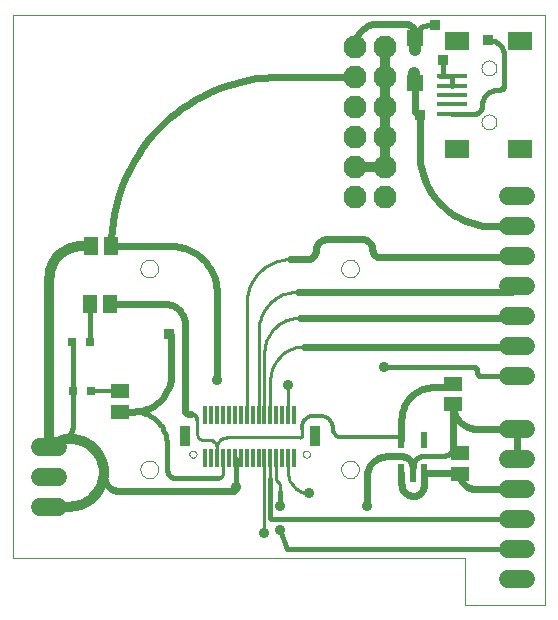
<source format=gtl>
G75*
G70*
%OFA0B0*%
%FSLAX24Y24*%
%IPPOS*%
%LPD*%
%AMOC8*
5,1,8,0,0,1.08239X$1,22.5*
%
%ADD10C,0.0010*%
%ADD11C,0.0000*%
%ADD12C,0.0600*%
%ADD13C,0.0768*%
%ADD14R,0.0512X0.0591*%
%ADD15R,0.1000X0.0150*%
%ADD16R,0.0800X0.0600*%
%ADD17R,0.0217X0.0600*%
%ADD18R,0.0217X0.0550*%
%ADD19R,0.0591X0.0512*%
%ADD20R,0.0315X0.0315*%
%ADD21R,0.0551X0.0551*%
%ADD22R,0.0118X0.0630*%
%ADD23R,0.0354X0.0709*%
%ADD24C,0.0240*%
%ADD25C,0.0100*%
%ADD26C,0.0356*%
%ADD27C,0.0160*%
%ADD28R,0.0356X0.0356*%
%ADD29C,0.0320*%
%ADD30C,0.0120*%
%ADD31C,0.0400*%
D10*
X000290Y001875D02*
X000290Y019985D01*
X018006Y019985D01*
D11*
X015329Y001875D02*
X000290Y001875D01*
X004522Y004828D02*
X004524Y004862D01*
X004530Y004896D01*
X004540Y004929D01*
X004553Y004960D01*
X004571Y004990D01*
X004591Y005018D01*
X004615Y005043D01*
X004641Y005065D01*
X004669Y005083D01*
X004700Y005099D01*
X004732Y005111D01*
X004766Y005119D01*
X004800Y005123D01*
X004834Y005123D01*
X004868Y005119D01*
X004902Y005111D01*
X004934Y005099D01*
X004964Y005083D01*
X004993Y005065D01*
X005019Y005043D01*
X005043Y005018D01*
X005063Y004990D01*
X005081Y004960D01*
X005094Y004929D01*
X005104Y004896D01*
X005110Y004862D01*
X005112Y004828D01*
X005110Y004794D01*
X005104Y004760D01*
X005094Y004727D01*
X005081Y004696D01*
X005063Y004666D01*
X005043Y004638D01*
X005019Y004613D01*
X004993Y004591D01*
X004965Y004573D01*
X004934Y004557D01*
X004902Y004545D01*
X004868Y004537D01*
X004834Y004533D01*
X004800Y004533D01*
X004766Y004537D01*
X004732Y004545D01*
X004700Y004557D01*
X004669Y004573D01*
X004641Y004591D01*
X004615Y004613D01*
X004591Y004638D01*
X004571Y004666D01*
X004553Y004696D01*
X004540Y004727D01*
X004530Y004760D01*
X004524Y004794D01*
X004522Y004828D01*
X006156Y005339D02*
X006158Y005360D01*
X006164Y005380D01*
X006173Y005400D01*
X006185Y005417D01*
X006200Y005431D01*
X006218Y005443D01*
X006238Y005451D01*
X006258Y005456D01*
X006279Y005457D01*
X006300Y005454D01*
X006320Y005448D01*
X006339Y005437D01*
X006356Y005424D01*
X006369Y005408D01*
X006380Y005390D01*
X006388Y005370D01*
X006392Y005350D01*
X006392Y005328D01*
X006388Y005308D01*
X006380Y005288D01*
X006369Y005270D01*
X006356Y005254D01*
X006339Y005241D01*
X006320Y005230D01*
X006300Y005224D01*
X006279Y005221D01*
X006258Y005222D01*
X006238Y005227D01*
X006218Y005235D01*
X006200Y005247D01*
X006185Y005261D01*
X006173Y005278D01*
X006164Y005298D01*
X006158Y005318D01*
X006156Y005339D01*
X009936Y005339D02*
X009938Y005360D01*
X009944Y005380D01*
X009953Y005400D01*
X009965Y005417D01*
X009980Y005431D01*
X009998Y005443D01*
X010018Y005451D01*
X010038Y005456D01*
X010059Y005457D01*
X010080Y005454D01*
X010100Y005448D01*
X010119Y005437D01*
X010136Y005424D01*
X010149Y005408D01*
X010160Y005390D01*
X010168Y005370D01*
X010172Y005350D01*
X010172Y005328D01*
X010168Y005308D01*
X010160Y005288D01*
X010149Y005270D01*
X010136Y005254D01*
X010119Y005241D01*
X010100Y005230D01*
X010080Y005224D01*
X010059Y005221D01*
X010038Y005222D01*
X010018Y005227D01*
X009998Y005235D01*
X009980Y005247D01*
X009965Y005261D01*
X009953Y005278D01*
X009944Y005298D01*
X009938Y005318D01*
X009936Y005339D01*
X011215Y004828D02*
X011217Y004862D01*
X011223Y004896D01*
X011233Y004929D01*
X011246Y004960D01*
X011264Y004990D01*
X011284Y005018D01*
X011308Y005043D01*
X011334Y005065D01*
X011362Y005083D01*
X011393Y005099D01*
X011425Y005111D01*
X011459Y005119D01*
X011493Y005123D01*
X011527Y005123D01*
X011561Y005119D01*
X011595Y005111D01*
X011627Y005099D01*
X011657Y005083D01*
X011686Y005065D01*
X011712Y005043D01*
X011736Y005018D01*
X011756Y004990D01*
X011774Y004960D01*
X011787Y004929D01*
X011797Y004896D01*
X011803Y004862D01*
X011805Y004828D01*
X011803Y004794D01*
X011797Y004760D01*
X011787Y004727D01*
X011774Y004696D01*
X011756Y004666D01*
X011736Y004638D01*
X011712Y004613D01*
X011686Y004591D01*
X011658Y004573D01*
X011627Y004557D01*
X011595Y004545D01*
X011561Y004537D01*
X011527Y004533D01*
X011493Y004533D01*
X011459Y004537D01*
X011425Y004545D01*
X011393Y004557D01*
X011362Y004573D01*
X011334Y004591D01*
X011308Y004613D01*
X011284Y004638D01*
X011264Y004666D01*
X011246Y004696D01*
X011233Y004727D01*
X011223Y004760D01*
X011217Y004794D01*
X011215Y004828D01*
X015329Y001875D02*
X015329Y000300D01*
X018006Y000300D01*
X018006Y019985D01*
X015891Y018208D02*
X015893Y018239D01*
X015899Y018270D01*
X015909Y018300D01*
X015922Y018328D01*
X015939Y018355D01*
X015959Y018379D01*
X015982Y018401D01*
X016007Y018419D01*
X016035Y018434D01*
X016064Y018446D01*
X016094Y018454D01*
X016125Y018458D01*
X016157Y018458D01*
X016188Y018454D01*
X016218Y018446D01*
X016247Y018434D01*
X016275Y018419D01*
X016300Y018401D01*
X016323Y018379D01*
X016343Y018355D01*
X016360Y018328D01*
X016373Y018300D01*
X016383Y018270D01*
X016389Y018239D01*
X016391Y018208D01*
X016389Y018177D01*
X016383Y018146D01*
X016373Y018116D01*
X016360Y018088D01*
X016343Y018061D01*
X016323Y018037D01*
X016300Y018015D01*
X016275Y017997D01*
X016247Y017982D01*
X016218Y017970D01*
X016188Y017962D01*
X016157Y017958D01*
X016125Y017958D01*
X016094Y017962D01*
X016064Y017970D01*
X016035Y017982D01*
X016007Y017997D01*
X015982Y018015D01*
X015959Y018037D01*
X015939Y018061D01*
X015922Y018088D01*
X015909Y018116D01*
X015899Y018146D01*
X015893Y018177D01*
X015891Y018208D01*
X015891Y016408D02*
X015893Y016439D01*
X015899Y016470D01*
X015909Y016500D01*
X015922Y016528D01*
X015939Y016555D01*
X015959Y016579D01*
X015982Y016601D01*
X016007Y016619D01*
X016035Y016634D01*
X016064Y016646D01*
X016094Y016654D01*
X016125Y016658D01*
X016157Y016658D01*
X016188Y016654D01*
X016218Y016646D01*
X016247Y016634D01*
X016275Y016619D01*
X016300Y016601D01*
X016323Y016579D01*
X016343Y016555D01*
X016360Y016528D01*
X016373Y016500D01*
X016383Y016470D01*
X016389Y016439D01*
X016391Y016408D01*
X016389Y016377D01*
X016383Y016346D01*
X016373Y016316D01*
X016360Y016288D01*
X016343Y016261D01*
X016323Y016237D01*
X016300Y016215D01*
X016275Y016197D01*
X016247Y016182D01*
X016218Y016170D01*
X016188Y016162D01*
X016157Y016158D01*
X016125Y016158D01*
X016094Y016162D01*
X016064Y016170D01*
X016035Y016182D01*
X016007Y016197D01*
X015982Y016215D01*
X015959Y016237D01*
X015939Y016261D01*
X015922Y016288D01*
X015909Y016316D01*
X015899Y016346D01*
X015893Y016377D01*
X015891Y016408D01*
X011215Y011520D02*
X011217Y011554D01*
X011223Y011588D01*
X011233Y011621D01*
X011246Y011652D01*
X011264Y011682D01*
X011284Y011710D01*
X011308Y011735D01*
X011334Y011757D01*
X011362Y011775D01*
X011393Y011791D01*
X011425Y011803D01*
X011459Y011811D01*
X011493Y011815D01*
X011527Y011815D01*
X011561Y011811D01*
X011595Y011803D01*
X011627Y011791D01*
X011657Y011775D01*
X011686Y011757D01*
X011712Y011735D01*
X011736Y011710D01*
X011756Y011682D01*
X011774Y011652D01*
X011787Y011621D01*
X011797Y011588D01*
X011803Y011554D01*
X011805Y011520D01*
X011803Y011486D01*
X011797Y011452D01*
X011787Y011419D01*
X011774Y011388D01*
X011756Y011358D01*
X011736Y011330D01*
X011712Y011305D01*
X011686Y011283D01*
X011658Y011265D01*
X011627Y011249D01*
X011595Y011237D01*
X011561Y011229D01*
X011527Y011225D01*
X011493Y011225D01*
X011459Y011229D01*
X011425Y011237D01*
X011393Y011249D01*
X011362Y011265D01*
X011334Y011283D01*
X011308Y011305D01*
X011284Y011330D01*
X011264Y011358D01*
X011246Y011388D01*
X011233Y011419D01*
X011223Y011452D01*
X011217Y011486D01*
X011215Y011520D01*
X004522Y011520D02*
X004524Y011554D01*
X004530Y011588D01*
X004540Y011621D01*
X004553Y011652D01*
X004571Y011682D01*
X004591Y011710D01*
X004615Y011735D01*
X004641Y011757D01*
X004669Y011775D01*
X004700Y011791D01*
X004732Y011803D01*
X004766Y011811D01*
X004800Y011815D01*
X004834Y011815D01*
X004868Y011811D01*
X004902Y011803D01*
X004934Y011791D01*
X004964Y011775D01*
X004993Y011757D01*
X005019Y011735D01*
X005043Y011710D01*
X005063Y011682D01*
X005081Y011652D01*
X005094Y011621D01*
X005104Y011588D01*
X005110Y011554D01*
X005112Y011520D01*
X005110Y011486D01*
X005104Y011452D01*
X005094Y011419D01*
X005081Y011388D01*
X005063Y011358D01*
X005043Y011330D01*
X005019Y011305D01*
X004993Y011283D01*
X004965Y011265D01*
X004934Y011249D01*
X004902Y011237D01*
X004868Y011229D01*
X004834Y011225D01*
X004800Y011225D01*
X004766Y011229D01*
X004732Y011237D01*
X004700Y011249D01*
X004669Y011265D01*
X004641Y011283D01*
X004615Y011305D01*
X004591Y011330D01*
X004571Y011358D01*
X004553Y011388D01*
X004540Y011419D01*
X004530Y011452D01*
X004524Y011486D01*
X004522Y011520D01*
D12*
X001787Y005583D02*
X001187Y005583D01*
X001187Y004583D02*
X001787Y004583D01*
X001787Y003583D02*
X001187Y003583D01*
X016761Y003166D02*
X017361Y003166D01*
X017361Y004166D02*
X016761Y004166D01*
X016761Y005166D02*
X017361Y005166D01*
X017361Y006166D02*
X016761Y006166D01*
X016761Y007930D02*
X017361Y007930D01*
X017361Y008930D02*
X016761Y008930D01*
X016761Y009930D02*
X017361Y009930D01*
X017361Y010930D02*
X016761Y010930D01*
X016761Y011930D02*
X017361Y011930D01*
X017361Y012930D02*
X016761Y012930D01*
X016761Y013930D02*
X017361Y013930D01*
X017361Y002166D02*
X016761Y002166D01*
X016761Y001166D02*
X017361Y001166D01*
D13*
X012668Y013914D03*
X011668Y013914D03*
X011668Y014914D03*
X012668Y014914D03*
X012668Y015914D03*
X011668Y015914D03*
X011668Y016914D03*
X012668Y016914D03*
X012668Y017914D03*
X011668Y017914D03*
X011668Y018914D03*
X012668Y018914D03*
D14*
X003538Y012269D03*
X002869Y012269D03*
X002829Y010339D03*
X003498Y010339D03*
D15*
X014921Y016688D03*
X014921Y016998D03*
X014921Y017308D03*
X014921Y017618D03*
X014921Y017928D03*
D16*
X015091Y019108D03*
X017191Y019108D03*
X017191Y015508D03*
X015091Y015508D03*
D17*
X013971Y004700D03*
X013597Y004700D03*
X013223Y004700D03*
D18*
X013223Y005820D03*
X013971Y005820D03*
D19*
X015172Y005359D03*
X015172Y004690D03*
X014935Y007013D03*
X014935Y007682D03*
X003853Y007426D03*
X003853Y006757D03*
D20*
X002869Y007426D03*
X002278Y007426D03*
X002239Y009060D03*
X002829Y009060D03*
D21*
X013676Y017702D03*
X013676Y019198D03*
D22*
X009640Y006639D03*
X009443Y006639D03*
X009247Y006639D03*
X009050Y006639D03*
X008853Y006639D03*
X008656Y006639D03*
X008459Y006639D03*
X008262Y006639D03*
X008065Y006639D03*
X007869Y006639D03*
X007672Y006639D03*
X007475Y006639D03*
X007278Y006639D03*
X007081Y006639D03*
X006884Y006639D03*
X006687Y006639D03*
X006687Y005221D03*
X006884Y005221D03*
X007081Y005221D03*
X007278Y005221D03*
X007475Y005221D03*
X007672Y005221D03*
X007869Y005221D03*
X008065Y005221D03*
X008262Y005221D03*
X008459Y005221D03*
X008656Y005221D03*
X008853Y005221D03*
X009050Y005221D03*
X009247Y005221D03*
X009443Y005221D03*
X009640Y005221D03*
D23*
X010329Y005930D03*
X005998Y005930D03*
D24*
X005998Y006855D02*
X005998Y009690D01*
X005999Y009690D02*
X005997Y009739D01*
X005992Y009787D01*
X005983Y009835D01*
X005970Y009882D01*
X005954Y009927D01*
X005935Y009972D01*
X005912Y010015D01*
X005886Y010056D01*
X005857Y010095D01*
X005825Y010132D01*
X005791Y010166D01*
X005754Y010198D01*
X005715Y010227D01*
X005674Y010253D01*
X005631Y010276D01*
X005586Y010295D01*
X005541Y010311D01*
X005494Y010324D01*
X005446Y010333D01*
X005398Y010338D01*
X005349Y010340D01*
X005349Y010339D02*
X003498Y010339D01*
X005546Y012269D02*
X005623Y012267D01*
X005699Y012261D01*
X005776Y012252D01*
X005851Y012238D01*
X005926Y012221D01*
X006000Y012199D01*
X006073Y012175D01*
X006144Y012146D01*
X006214Y012114D01*
X006282Y012079D01*
X006348Y012040D01*
X006412Y011997D01*
X006474Y011952D01*
X006533Y011903D01*
X006590Y011852D01*
X006645Y011797D01*
X006696Y011740D01*
X006745Y011681D01*
X006790Y011619D01*
X006833Y011555D01*
X006872Y011489D01*
X006907Y011421D01*
X006939Y011351D01*
X006968Y011280D01*
X006992Y011207D01*
X007014Y011133D01*
X007031Y011058D01*
X007045Y010983D01*
X007054Y010906D01*
X007060Y010830D01*
X007062Y010753D01*
X007061Y010753D02*
X007061Y007839D01*
X007063Y007831D01*
X007067Y007825D01*
X007073Y007821D01*
X007081Y007819D01*
X005998Y006855D02*
X006000Y006829D01*
X006005Y006804D01*
X006013Y006780D01*
X006024Y006757D01*
X006039Y006735D01*
X006056Y006716D01*
X006075Y006699D01*
X006097Y006684D01*
X006120Y006673D01*
X006144Y006665D01*
X006169Y006660D01*
X006195Y006658D01*
X004306Y006757D02*
X003853Y006757D01*
X004306Y006757D02*
X004376Y006759D01*
X004445Y006765D01*
X004514Y006775D01*
X004582Y006788D01*
X004649Y006805D01*
X004716Y006827D01*
X004781Y006851D01*
X004844Y006880D01*
X004906Y006912D01*
X004966Y006947D01*
X005024Y006986D01*
X005079Y007028D01*
X005132Y007072D01*
X005183Y007120D01*
X005231Y007171D01*
X005275Y007224D01*
X005317Y007279D01*
X005356Y007337D01*
X005391Y007397D01*
X005423Y007459D01*
X005452Y007522D01*
X005476Y007587D01*
X005498Y007654D01*
X005515Y007721D01*
X005528Y007789D01*
X005538Y007858D01*
X005544Y007927D01*
X005546Y007997D01*
X005546Y009276D01*
X005545Y009289D01*
X005540Y009302D01*
X005533Y009313D01*
X005524Y009322D01*
X005513Y009329D01*
X005500Y009334D01*
X005487Y009335D01*
X009837Y009887D02*
X017018Y009887D01*
X017029Y009888D01*
X017040Y009893D01*
X017048Y009900D01*
X017055Y009909D01*
X017060Y009919D01*
X017061Y009930D01*
X016884Y010753D02*
X009778Y010753D01*
X009522Y011835D02*
X010073Y011835D01*
X010073Y011836D02*
X010106Y011838D01*
X010139Y011843D01*
X010170Y011853D01*
X010201Y011865D01*
X010230Y011881D01*
X010257Y011900D01*
X010282Y011922D01*
X010304Y011947D01*
X010323Y011974D01*
X010339Y012003D01*
X010351Y012034D01*
X010361Y012065D01*
X010366Y012098D01*
X010368Y012131D01*
X010369Y012131D02*
X010371Y012168D01*
X010376Y012204D01*
X010385Y012240D01*
X010397Y012274D01*
X010413Y012307D01*
X010432Y012339D01*
X010454Y012368D01*
X010479Y012395D01*
X010506Y012420D01*
X010535Y012442D01*
X010567Y012461D01*
X010600Y012477D01*
X010634Y012489D01*
X010670Y012498D01*
X010706Y012503D01*
X010743Y012505D01*
X011884Y012505D01*
X011884Y012504D02*
X011920Y012505D01*
X011956Y012501D01*
X011991Y012494D01*
X012025Y012483D01*
X012059Y012469D01*
X012090Y012452D01*
X012120Y012431D01*
X012147Y012408D01*
X012172Y012382D01*
X012194Y012353D01*
X012213Y012323D01*
X012229Y012290D01*
X012242Y012256D01*
X012251Y012222D01*
X012256Y012186D01*
X012258Y012150D01*
X012260Y012119D01*
X012265Y012089D01*
X012275Y012059D01*
X012287Y012031D01*
X012303Y012005D01*
X012322Y011980D01*
X012344Y011958D01*
X012369Y011939D01*
X012395Y011923D01*
X012423Y011911D01*
X012453Y011901D01*
X012483Y011896D01*
X012514Y011894D01*
X016908Y011894D01*
X016921Y011893D01*
X016934Y011888D01*
X016945Y011881D01*
X016954Y011872D01*
X016961Y011861D01*
X016966Y011848D01*
X016967Y011835D01*
X016967Y011836D02*
X016985Y011838D01*
X017003Y011843D01*
X017019Y011852D01*
X017033Y011864D01*
X017045Y011878D01*
X017054Y011894D01*
X017059Y011912D01*
X017061Y011930D01*
X017061Y012930D02*
X016282Y012930D01*
X017061Y010930D02*
X017059Y010905D01*
X017054Y010880D01*
X017045Y010856D01*
X017033Y010834D01*
X017018Y010814D01*
X017000Y010796D01*
X016980Y010781D01*
X016958Y010769D01*
X016934Y010760D01*
X016909Y010755D01*
X016884Y010753D01*
X017062Y008930D02*
X017061Y008926D01*
X017058Y008923D01*
X017054Y008922D01*
X009975Y008922D01*
X014286Y007564D02*
X014817Y007564D01*
X014837Y007566D01*
X014857Y007571D01*
X014876Y007580D01*
X014893Y007592D01*
X014907Y007606D01*
X014919Y007623D01*
X014928Y007642D01*
X014933Y007662D01*
X014935Y007682D01*
X014935Y007013D02*
X014935Y005595D01*
X014936Y005595D02*
X014938Y005567D01*
X014943Y005539D01*
X014951Y005511D01*
X014963Y005485D01*
X014978Y005461D01*
X014995Y005439D01*
X015016Y005418D01*
X015038Y005401D01*
X015062Y005386D01*
X015088Y005374D01*
X015116Y005366D01*
X015144Y005361D01*
X015172Y005359D01*
X015161Y004700D02*
X013971Y004700D01*
X013971Y004296D01*
X013969Y004261D01*
X013964Y004227D01*
X013956Y004193D01*
X013944Y004161D01*
X013929Y004129D01*
X013911Y004099D01*
X013891Y004071D01*
X013867Y004046D01*
X013842Y004022D01*
X013814Y004002D01*
X013784Y003984D01*
X013752Y003969D01*
X013720Y003957D01*
X013686Y003949D01*
X013652Y003944D01*
X013617Y003942D01*
X013617Y003941D02*
X013578Y003943D01*
X013540Y003949D01*
X013503Y003958D01*
X013466Y003971D01*
X013431Y003988D01*
X013398Y004007D01*
X013367Y004030D01*
X013338Y004056D01*
X013312Y004085D01*
X013289Y004116D01*
X013270Y004149D01*
X013253Y004184D01*
X013240Y004221D01*
X013231Y004258D01*
X013225Y004296D01*
X013223Y004335D01*
X013223Y004700D01*
X013597Y004906D02*
X013595Y004941D01*
X013590Y004975D01*
X013582Y005009D01*
X013570Y005041D01*
X013555Y005073D01*
X013537Y005103D01*
X013517Y005131D01*
X013493Y005156D01*
X013468Y005180D01*
X013440Y005200D01*
X013410Y005218D01*
X013378Y005233D01*
X013346Y005245D01*
X013312Y005253D01*
X013278Y005258D01*
X013243Y005260D01*
X013243Y005261D02*
X012750Y005261D01*
X013223Y005820D02*
X013223Y006501D01*
X013225Y006565D01*
X013231Y006629D01*
X013240Y006693D01*
X013254Y006755D01*
X013271Y006817D01*
X013292Y006878D01*
X013317Y006937D01*
X013345Y006995D01*
X013376Y007051D01*
X013411Y007105D01*
X013449Y007157D01*
X013490Y007206D01*
X013534Y007253D01*
X013581Y007297D01*
X013630Y007338D01*
X013682Y007376D01*
X013736Y007411D01*
X013792Y007442D01*
X013850Y007470D01*
X013909Y007495D01*
X013970Y007516D01*
X014032Y007533D01*
X014094Y007547D01*
X014158Y007556D01*
X014222Y007562D01*
X014286Y007564D01*
X014936Y007013D02*
X014938Y006958D01*
X014943Y006903D01*
X014952Y006848D01*
X014965Y006794D01*
X014981Y006741D01*
X015000Y006689D01*
X015023Y006639D01*
X015049Y006590D01*
X015079Y006543D01*
X015111Y006498D01*
X015146Y006455D01*
X015184Y006415D01*
X015224Y006377D01*
X015267Y006342D01*
X015312Y006310D01*
X015359Y006280D01*
X015408Y006254D01*
X015458Y006231D01*
X015510Y006212D01*
X015563Y006196D01*
X015617Y006183D01*
X015672Y006174D01*
X015727Y006169D01*
X015782Y006167D01*
X015782Y006166D02*
X017061Y006166D01*
X017061Y005166D01*
X015695Y004166D02*
X015652Y004168D01*
X015609Y004173D01*
X015566Y004182D01*
X015525Y004194D01*
X015485Y004210D01*
X015446Y004229D01*
X015408Y004251D01*
X015373Y004276D01*
X015340Y004304D01*
X015309Y004335D01*
X015281Y004368D01*
X015256Y004403D01*
X015234Y004441D01*
X015215Y004480D01*
X015199Y004520D01*
X015187Y004561D01*
X015178Y004604D01*
X015173Y004647D01*
X015171Y004690D01*
X015172Y004690D02*
X015171Y004696D01*
X015167Y004700D01*
X015161Y004701D01*
X015695Y004166D02*
X017061Y004166D01*
X012750Y005261D02*
X012699Y005259D01*
X012647Y005253D01*
X012597Y005244D01*
X012547Y005230D01*
X012498Y005213D01*
X012451Y005193D01*
X012406Y005169D01*
X012362Y005141D01*
X012320Y005111D01*
X012281Y005077D01*
X012245Y005041D01*
X012211Y005002D01*
X012181Y004960D01*
X012153Y004917D01*
X012129Y004871D01*
X012109Y004824D01*
X012092Y004775D01*
X012078Y004725D01*
X012069Y004675D01*
X012063Y004623D01*
X012061Y004572D01*
X012061Y003607D01*
X007573Y004099D02*
X003833Y004099D01*
X003833Y004100D02*
X003789Y004102D01*
X003746Y004107D01*
X003703Y004116D01*
X003661Y004129D01*
X003620Y004145D01*
X003580Y004164D01*
X003543Y004186D01*
X003507Y004212D01*
X003473Y004240D01*
X003442Y004271D01*
X003414Y004305D01*
X003388Y004341D01*
X003366Y004378D01*
X003347Y004418D01*
X003331Y004459D01*
X003318Y004501D01*
X003309Y004544D01*
X003304Y004587D01*
X003302Y004631D01*
X003302Y004729D01*
X007573Y004099D02*
X007595Y004101D01*
X007616Y004106D01*
X007636Y004114D01*
X007654Y004125D01*
X007671Y004139D01*
X007685Y004156D01*
X007696Y004174D01*
X007704Y004194D01*
X007709Y004215D01*
X007711Y004237D01*
X003538Y012269D02*
X003544Y012538D01*
X003564Y012806D01*
X003595Y013073D01*
X003640Y013338D01*
X003697Y013600D01*
X003767Y013860D01*
X003849Y014116D01*
X003942Y014367D01*
X004048Y014614D01*
X004166Y014856D01*
X004294Y015092D01*
X004434Y015321D01*
X004585Y015544D01*
X004746Y015759D01*
X004917Y015966D01*
X005098Y016165D01*
X005288Y016355D01*
X005487Y016536D01*
X005694Y016707D01*
X005909Y016868D01*
X006132Y017019D01*
X006361Y017159D01*
X006597Y017287D01*
X006839Y017405D01*
X007086Y017511D01*
X007337Y017604D01*
X007593Y017686D01*
X007853Y017756D01*
X008115Y017813D01*
X008380Y017858D01*
X008647Y017889D01*
X008915Y017909D01*
X009184Y017915D01*
X009184Y017914D02*
X011668Y017914D01*
X013676Y017702D02*
X013676Y016796D01*
X013678Y016774D01*
X013682Y016752D01*
X013690Y016731D01*
X013701Y016711D01*
X013714Y016693D01*
X013730Y016677D01*
X013748Y016664D01*
X013768Y016653D01*
X013789Y016645D01*
X013811Y016641D01*
X013833Y016639D01*
X013833Y015379D01*
X013836Y015262D01*
X013844Y015146D01*
X013858Y015030D01*
X013877Y014916D01*
X013902Y014802D01*
X013932Y014689D01*
X013968Y014578D01*
X014008Y014469D01*
X014054Y014362D01*
X014105Y014257D01*
X014161Y014155D01*
X014222Y014055D01*
X014287Y013958D01*
X014357Y013865D01*
X014431Y013775D01*
X014510Y013689D01*
X014592Y013607D01*
X014678Y013528D01*
X014768Y013454D01*
X014861Y013384D01*
X014958Y013319D01*
X015057Y013258D01*
X015160Y013202D01*
X015265Y013151D01*
X015372Y013105D01*
X015481Y013065D01*
X015592Y013029D01*
X015705Y012999D01*
X015819Y012974D01*
X015933Y012955D01*
X016049Y012941D01*
X016165Y012933D01*
X016282Y012930D01*
X005546Y012269D02*
X003538Y012269D01*
X011667Y018914D02*
X011669Y018967D01*
X011674Y019020D01*
X011683Y019072D01*
X011696Y019123D01*
X011712Y019174D01*
X011731Y019223D01*
X011754Y019271D01*
X011780Y019317D01*
X011809Y019362D01*
X011841Y019404D01*
X011876Y019444D01*
X011913Y019481D01*
X011953Y019516D01*
X011995Y019548D01*
X012040Y019577D01*
X012086Y019603D01*
X012134Y019626D01*
X012183Y019645D01*
X012234Y019661D01*
X012285Y019674D01*
X012337Y019683D01*
X012390Y019688D01*
X012443Y019690D01*
X013321Y019690D01*
X013321Y019689D02*
X013356Y019687D01*
X013390Y019682D01*
X013424Y019674D01*
X013456Y019662D01*
X013488Y019647D01*
X013518Y019629D01*
X013546Y019609D01*
X013571Y019585D01*
X013595Y019560D01*
X013615Y019532D01*
X013633Y019502D01*
X013648Y019470D01*
X013660Y019438D01*
X013668Y019404D01*
X013673Y019370D01*
X013675Y019335D01*
X013676Y019335D02*
X013676Y019217D01*
D25*
X009522Y011836D02*
X009448Y011834D01*
X009375Y011829D01*
X009301Y011819D01*
X009229Y011806D01*
X009157Y011789D01*
X009086Y011769D01*
X009016Y011745D01*
X008947Y011718D01*
X008880Y011687D01*
X008815Y011653D01*
X008751Y011615D01*
X008690Y011575D01*
X008630Y011531D01*
X008573Y011485D01*
X008518Y011435D01*
X008466Y011383D01*
X008416Y011328D01*
X008370Y011271D01*
X008326Y011211D01*
X008286Y011150D01*
X008248Y011086D01*
X008214Y011021D01*
X008183Y010954D01*
X008156Y010885D01*
X008132Y010815D01*
X008112Y010744D01*
X008095Y010672D01*
X008082Y010600D01*
X008072Y010526D01*
X008067Y010453D01*
X008065Y010379D01*
X008065Y006639D01*
X008459Y006639D02*
X008459Y009434D01*
X008461Y009505D01*
X008467Y009577D01*
X008476Y009647D01*
X008490Y009718D01*
X008507Y009787D01*
X008528Y009855D01*
X008553Y009922D01*
X008581Y009988D01*
X008613Y010052D01*
X008648Y010114D01*
X008686Y010174D01*
X008728Y010232D01*
X008773Y010288D01*
X008820Y010341D01*
X008871Y010392D01*
X008924Y010439D01*
X008980Y010484D01*
X009038Y010526D01*
X009098Y010564D01*
X009160Y010599D01*
X009224Y010631D01*
X009290Y010659D01*
X009357Y010684D01*
X009425Y010705D01*
X009494Y010722D01*
X009565Y010736D01*
X009635Y010745D01*
X009707Y010751D01*
X009778Y010753D01*
X009837Y009887D02*
X009771Y009885D01*
X009705Y009880D01*
X009639Y009870D01*
X009574Y009857D01*
X009510Y009841D01*
X009447Y009821D01*
X009385Y009797D01*
X009325Y009770D01*
X009266Y009740D01*
X009209Y009706D01*
X009154Y009669D01*
X009101Y009629D01*
X009050Y009587D01*
X009002Y009541D01*
X008956Y009493D01*
X008914Y009442D01*
X008874Y009389D01*
X008837Y009334D01*
X008803Y009277D01*
X008773Y009218D01*
X008746Y009158D01*
X008722Y009096D01*
X008702Y009033D01*
X008686Y008969D01*
X008673Y008904D01*
X008663Y008838D01*
X008658Y008772D01*
X008656Y008706D01*
X008656Y006639D01*
X008853Y006639D02*
X008853Y007800D01*
X009443Y007643D02*
X009443Y006639D01*
X009916Y006166D02*
X009916Y005969D01*
X009914Y005954D01*
X009910Y005939D01*
X009903Y005925D01*
X009893Y005913D01*
X009881Y005903D01*
X009867Y005896D01*
X009852Y005892D01*
X009837Y005890D01*
X009837Y005891D02*
X007396Y005891D01*
X007361Y005889D01*
X007326Y005884D01*
X007292Y005875D01*
X007260Y005862D01*
X007229Y005846D01*
X007199Y005827D01*
X007172Y005805D01*
X007147Y005780D01*
X007125Y005753D01*
X007106Y005724D01*
X007090Y005692D01*
X007077Y005660D01*
X007068Y005626D01*
X007063Y005591D01*
X007061Y005556D01*
X007061Y005241D01*
X007063Y005233D01*
X007067Y005227D01*
X007073Y005223D01*
X007081Y005221D01*
X007278Y005221D02*
X007278Y004709D01*
X007276Y004684D01*
X007271Y004659D01*
X007262Y004635D01*
X007250Y004613D01*
X007235Y004593D01*
X007217Y004575D01*
X007197Y004560D01*
X007175Y004548D01*
X007151Y004539D01*
X007126Y004534D01*
X007101Y004532D01*
X007711Y005182D02*
X007710Y005192D01*
X007706Y005202D01*
X007700Y005210D01*
X007692Y005216D01*
X007682Y005220D01*
X007672Y005221D01*
X007711Y005182D02*
X007829Y005182D01*
X007839Y005183D01*
X007849Y005187D01*
X007857Y005193D01*
X007863Y005202D01*
X007867Y005211D01*
X007868Y005221D01*
X008656Y005221D02*
X008656Y004690D01*
X008636Y004670D01*
X008636Y002721D01*
X009187Y004080D02*
X009187Y004335D01*
X009050Y004473D01*
X009050Y005221D01*
X008853Y005221D02*
X008853Y004493D01*
X009443Y004729D02*
X009443Y005221D01*
X009443Y004729D02*
X009445Y004678D01*
X009451Y004626D01*
X009460Y004576D01*
X009474Y004526D01*
X009491Y004477D01*
X009511Y004430D01*
X009535Y004385D01*
X009563Y004341D01*
X009593Y004299D01*
X009627Y004260D01*
X009663Y004224D01*
X009702Y004190D01*
X009744Y004160D01*
X009788Y004132D01*
X009833Y004108D01*
X009880Y004088D01*
X009929Y004071D01*
X009979Y004057D01*
X010029Y004048D01*
X010081Y004042D01*
X010132Y004040D01*
X007062Y005556D02*
X007060Y005587D01*
X007055Y005617D01*
X007045Y005647D01*
X007033Y005675D01*
X007017Y005701D01*
X006998Y005726D01*
X006976Y005748D01*
X006951Y005767D01*
X006925Y005783D01*
X006897Y005795D01*
X006867Y005805D01*
X006837Y005810D01*
X006806Y005812D01*
X006609Y005812D01*
X006583Y005814D01*
X006558Y005819D01*
X006534Y005827D01*
X006511Y005838D01*
X006489Y005853D01*
X006470Y005870D01*
X006453Y005889D01*
X006438Y005911D01*
X006427Y005934D01*
X006419Y005958D01*
X006414Y005983D01*
X006412Y006009D01*
X006412Y006481D01*
X008853Y007800D02*
X008855Y007865D01*
X008861Y007930D01*
X008870Y007995D01*
X008883Y008059D01*
X008900Y008122D01*
X008921Y008184D01*
X008945Y008244D01*
X008972Y008304D01*
X009003Y008361D01*
X009038Y008417D01*
X009075Y008470D01*
X009115Y008521D01*
X009159Y008570D01*
X009205Y008616D01*
X009254Y008660D01*
X009305Y008700D01*
X009358Y008737D01*
X009414Y008772D01*
X009471Y008803D01*
X009531Y008830D01*
X009591Y008854D01*
X009653Y008875D01*
X009716Y008892D01*
X009780Y008905D01*
X009845Y008914D01*
X009910Y008920D01*
X009975Y008922D01*
D26*
X009443Y007643D03*
X007081Y007820D03*
X012632Y008253D03*
X010132Y004040D03*
X009187Y003607D03*
X009168Y002800D03*
X008636Y002721D03*
X007711Y004237D03*
X012061Y003607D03*
D27*
X013597Y004700D02*
X013597Y004906D01*
X013599Y004943D01*
X013604Y004979D01*
X013613Y005015D01*
X013625Y005049D01*
X013641Y005082D01*
X013660Y005114D01*
X013682Y005143D01*
X013707Y005170D01*
X013734Y005195D01*
X013763Y005217D01*
X013795Y005236D01*
X013828Y005252D01*
X013862Y005264D01*
X013898Y005273D01*
X013934Y005278D01*
X013971Y005280D01*
X014621Y005280D01*
X014654Y005282D01*
X014686Y005287D01*
X014718Y005295D01*
X014749Y005307D01*
X014779Y005322D01*
X014806Y005340D01*
X014832Y005361D01*
X014855Y005384D01*
X014876Y005410D01*
X014894Y005437D01*
X014909Y005467D01*
X014921Y005498D01*
X014929Y005530D01*
X014934Y005562D01*
X014936Y005595D01*
X017061Y003166D02*
X008880Y003166D01*
X008853Y003194D01*
X008853Y004493D01*
X009187Y004080D02*
X009187Y003607D01*
X009168Y002800D02*
X009408Y002166D01*
X017061Y002166D01*
X007711Y004237D02*
X007711Y005182D01*
X007101Y004532D02*
X005703Y004532D01*
X005703Y004533D02*
X005670Y004535D01*
X005637Y004540D01*
X005606Y004550D01*
X005575Y004562D01*
X005546Y004578D01*
X005519Y004597D01*
X005494Y004619D01*
X005472Y004644D01*
X005453Y004671D01*
X005437Y004700D01*
X005425Y004731D01*
X005415Y004762D01*
X005410Y004795D01*
X005408Y004828D01*
X005408Y005654D01*
X005406Y005718D01*
X005401Y005782D01*
X005391Y005845D01*
X005378Y005908D01*
X005362Y005970D01*
X005342Y006031D01*
X005318Y006090D01*
X005291Y006149D01*
X005260Y006205D01*
X005227Y006260D01*
X005190Y006312D01*
X005150Y006362D01*
X005108Y006410D01*
X005062Y006456D01*
X005014Y006498D01*
X004964Y006538D01*
X004912Y006575D01*
X004857Y006608D01*
X004801Y006639D01*
X004742Y006666D01*
X004683Y006690D01*
X004622Y006710D01*
X004560Y006726D01*
X004497Y006739D01*
X004434Y006749D01*
X004370Y006754D01*
X004306Y006756D01*
X002278Y006375D02*
X002278Y007426D01*
X002278Y009060D01*
X002239Y009060D01*
X002829Y009060D02*
X002829Y010339D01*
X002278Y006375D02*
X002276Y006321D01*
X002271Y006267D01*
X002261Y006214D01*
X002249Y006162D01*
X002232Y006110D01*
X002213Y006060D01*
X002189Y006011D01*
X002163Y005964D01*
X002133Y005919D01*
X002101Y005876D01*
X002065Y005835D01*
X002027Y005797D01*
X001986Y005761D01*
X001943Y005729D01*
X001898Y005699D01*
X001851Y005673D01*
X001802Y005649D01*
X001752Y005630D01*
X001700Y005613D01*
X001648Y005601D01*
X001595Y005591D01*
X001541Y005586D01*
X001487Y005584D01*
X012632Y008253D02*
X015585Y008253D01*
X015585Y008252D02*
X015607Y008250D01*
X015629Y008246D01*
X015650Y008238D01*
X015670Y008227D01*
X015688Y008214D01*
X015704Y008198D01*
X015717Y008180D01*
X015728Y008160D01*
X015736Y008139D01*
X015740Y008117D01*
X015742Y008095D01*
X015743Y008095D02*
X015745Y008072D01*
X015750Y008049D01*
X015758Y008026D01*
X015769Y008006D01*
X015783Y007987D01*
X015800Y007970D01*
X015819Y007956D01*
X015839Y007945D01*
X015862Y007937D01*
X015885Y007932D01*
X015908Y007930D01*
X017061Y007930D01*
X015644Y016678D02*
X014931Y016678D01*
X014926Y016679D01*
X014922Y016683D01*
X014921Y016688D01*
X015644Y016678D02*
X015675Y016680D01*
X015705Y016685D01*
X015735Y016695D01*
X015763Y016707D01*
X015789Y016723D01*
X015814Y016742D01*
X015836Y016764D01*
X015855Y016789D01*
X015871Y016815D01*
X015883Y016843D01*
X015893Y016873D01*
X015898Y016903D01*
X015900Y016934D01*
X015902Y016980D01*
X015908Y017025D01*
X015917Y017069D01*
X015930Y017113D01*
X015946Y017155D01*
X015966Y017196D01*
X015990Y017235D01*
X016016Y017272D01*
X016046Y017307D01*
X016078Y017339D01*
X016113Y017369D01*
X016150Y017395D01*
X016189Y017419D01*
X016230Y017439D01*
X016272Y017455D01*
X016316Y017468D01*
X016360Y017477D01*
X016405Y017483D01*
X016451Y017485D01*
X016491Y017485D01*
X016491Y017486D02*
X016513Y017488D01*
X016535Y017492D01*
X016556Y017500D01*
X016576Y017511D01*
X016594Y017524D01*
X016610Y017540D01*
X016623Y017558D01*
X016634Y017578D01*
X016642Y017599D01*
X016646Y017621D01*
X016648Y017643D01*
X016648Y018607D01*
X016646Y018651D01*
X016641Y018694D01*
X016632Y018737D01*
X016619Y018779D01*
X016603Y018820D01*
X016584Y018860D01*
X016562Y018897D01*
X016536Y018933D01*
X016508Y018967D01*
X016477Y018998D01*
X016443Y019026D01*
X016407Y019052D01*
X016370Y019074D01*
X016330Y019093D01*
X016289Y019109D01*
X016247Y019122D01*
X016204Y019131D01*
X016161Y019136D01*
X016117Y019138D01*
X014621Y018489D02*
X014621Y017948D01*
X014620Y017948D02*
X014622Y017940D01*
X014626Y017934D01*
X014632Y017930D01*
X014640Y017928D01*
X014512Y017928D01*
X014640Y017928D02*
X014921Y017928D01*
X014921Y017618D01*
X013882Y016688D02*
X013869Y016686D01*
X013858Y016681D01*
X013847Y016674D01*
X013840Y016664D01*
X013835Y016652D01*
X013833Y016639D01*
X013825Y016637D01*
X013819Y016633D01*
X013815Y016627D01*
X013813Y016619D01*
X012668Y018914D02*
X012666Y018931D01*
X012661Y018947D01*
X012653Y018962D01*
X012643Y018976D01*
X012629Y018986D01*
X012614Y018994D01*
X012598Y018999D01*
X012581Y019001D01*
X012573Y019001D01*
X013676Y019198D02*
X013678Y019238D01*
X013683Y019278D01*
X013693Y019316D01*
X013705Y019354D01*
X013721Y019391D01*
X013741Y019426D01*
X013763Y019459D01*
X013789Y019490D01*
X013817Y019518D01*
X013848Y019544D01*
X013881Y019566D01*
X013916Y019586D01*
X013953Y019602D01*
X013991Y019614D01*
X014029Y019624D01*
X014069Y019629D01*
X014109Y019631D01*
X014325Y019631D01*
D28*
X014325Y019631D03*
X016117Y019139D03*
X014621Y018489D03*
X013833Y016639D03*
X005487Y009335D03*
D29*
X002554Y012269D02*
X002490Y012267D01*
X002426Y012261D01*
X002362Y012252D01*
X002300Y012238D01*
X002238Y012221D01*
X002177Y012200D01*
X002118Y012175D01*
X002060Y012147D01*
X002004Y012116D01*
X001950Y012081D01*
X001898Y012043D01*
X001849Y012002D01*
X001802Y011958D01*
X001758Y011911D01*
X001717Y011862D01*
X001679Y011810D01*
X001644Y011756D01*
X001613Y011700D01*
X001585Y011642D01*
X001560Y011583D01*
X001539Y011522D01*
X001522Y011460D01*
X001508Y011398D01*
X001499Y011334D01*
X001493Y011270D01*
X001491Y011206D01*
X001491Y005587D01*
X001490Y005585D01*
X001489Y005584D01*
X001487Y005583D01*
X003302Y004729D02*
X003300Y004662D01*
X003294Y004596D01*
X003285Y004530D01*
X003271Y004465D01*
X003254Y004400D01*
X003233Y004337D01*
X003208Y004275D01*
X003180Y004215D01*
X003148Y004156D01*
X003113Y004099D01*
X003075Y004045D01*
X003034Y003992D01*
X002990Y003943D01*
X002942Y003895D01*
X002893Y003851D01*
X002840Y003810D01*
X002786Y003772D01*
X002729Y003737D01*
X002670Y003705D01*
X002610Y003677D01*
X002548Y003652D01*
X002485Y003631D01*
X002420Y003614D01*
X002355Y003600D01*
X002289Y003591D01*
X002223Y003585D01*
X002156Y003583D01*
X001487Y003583D01*
X001486Y005584D02*
X001538Y005624D01*
X001593Y005662D01*
X001649Y005696D01*
X001708Y005726D01*
X001768Y005753D01*
X001830Y005777D01*
X001893Y005797D01*
X001957Y005813D01*
X002022Y005825D01*
X002087Y005833D01*
X002153Y005837D01*
X002219Y005838D01*
X002285Y005834D01*
X002350Y005827D01*
X002415Y005815D01*
X002480Y005800D01*
X002543Y005781D01*
X002605Y005759D01*
X002665Y005732D01*
X002724Y005703D01*
X002781Y005669D01*
X002836Y005633D01*
X002889Y005593D01*
X002939Y005550D01*
X002986Y005504D01*
X003031Y005455D01*
X003073Y005404D01*
X003111Y005351D01*
X003147Y005295D01*
X003179Y005237D01*
X003207Y005178D01*
X003232Y005117D01*
X003253Y005054D01*
X003271Y004991D01*
X003284Y004926D01*
X003294Y004861D01*
X003300Y004795D01*
X003302Y004729D01*
X002869Y012269D02*
X002554Y012269D01*
X011668Y014914D02*
X012668Y014914D01*
X012668Y015914D01*
X012668Y016914D01*
X012668Y017914D01*
X012668Y017824D01*
X012669Y017822D01*
X012670Y017821D01*
X012672Y017820D01*
X012672Y018910D01*
X012671Y018912D01*
X012670Y018913D01*
X012668Y018914D01*
D30*
X003853Y007426D02*
X002869Y007426D01*
X002278Y007426D02*
X002268Y007427D01*
X002259Y007431D01*
X002250Y007437D01*
X002244Y007446D01*
X002240Y007455D01*
X002239Y007465D01*
X006195Y006658D02*
X006235Y006658D01*
X006260Y006656D01*
X006285Y006651D01*
X006309Y006642D01*
X006331Y006630D01*
X006351Y006615D01*
X006369Y006597D01*
X006384Y006577D01*
X006396Y006555D01*
X006405Y006531D01*
X006410Y006506D01*
X006412Y006481D01*
X009916Y006324D02*
X009916Y006166D01*
X009915Y006324D02*
X009928Y006359D01*
X009943Y006394D01*
X009962Y006427D01*
X009983Y006458D01*
X010007Y006486D01*
X010034Y006513D01*
X010063Y006537D01*
X010094Y006558D01*
X010127Y006576D01*
X010162Y006592D01*
X010197Y006604D01*
X010234Y006612D01*
X010271Y006617D01*
X010309Y006619D01*
X010310Y006619D02*
X010506Y006619D01*
X010546Y006617D01*
X010586Y006612D01*
X010624Y006602D01*
X010662Y006590D01*
X010699Y006574D01*
X010734Y006554D01*
X010767Y006532D01*
X010798Y006506D01*
X010826Y006478D01*
X010852Y006447D01*
X010874Y006414D01*
X010894Y006379D01*
X010910Y006342D01*
X010922Y006304D01*
X010932Y006266D01*
X010937Y006226D01*
X010939Y006186D01*
X010940Y006186D02*
X010942Y006153D01*
X010947Y006120D01*
X010957Y006089D01*
X010969Y006058D01*
X010985Y006029D01*
X011004Y006002D01*
X011026Y005977D01*
X011051Y005955D01*
X011078Y005936D01*
X011107Y005920D01*
X011138Y005908D01*
X011169Y005898D01*
X011202Y005893D01*
X011235Y005891D01*
X013153Y005891D01*
X013153Y005890D02*
X013169Y005888D01*
X013183Y005883D01*
X013197Y005875D01*
X013208Y005864D01*
X013216Y005850D01*
X013221Y005836D01*
X013223Y005820D01*
D31*
X013636Y017702D02*
X013656Y017702D01*
X013656Y018056D01*
X013676Y018804D02*
X013676Y019198D01*
X013676Y019217D01*
M02*

</source>
